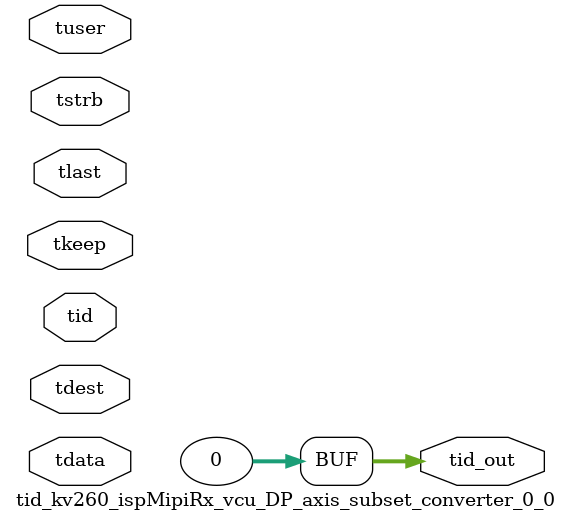
<source format=v>


`timescale 1ps/1ps

module tid_kv260_ispMipiRx_vcu_DP_axis_subset_converter_0_0 #
(
parameter C_S_AXIS_TID_WIDTH   = 1,
parameter C_S_AXIS_TUSER_WIDTH = 0,
parameter C_S_AXIS_TDATA_WIDTH = 0,
parameter C_S_AXIS_TDEST_WIDTH = 0,
parameter C_M_AXIS_TID_WIDTH   = 32
)
(
input  [(C_S_AXIS_TID_WIDTH   == 0 ? 1 : C_S_AXIS_TID_WIDTH)-1:0       ] tid,
input  [(C_S_AXIS_TDATA_WIDTH == 0 ? 1 : C_S_AXIS_TDATA_WIDTH)-1:0     ] tdata,
input  [(C_S_AXIS_TUSER_WIDTH == 0 ? 1 : C_S_AXIS_TUSER_WIDTH)-1:0     ] tuser,
input  [(C_S_AXIS_TDEST_WIDTH == 0 ? 1 : C_S_AXIS_TDEST_WIDTH)-1:0     ] tdest,
input  [(C_S_AXIS_TDATA_WIDTH/8)-1:0 ] tkeep,
input  [(C_S_AXIS_TDATA_WIDTH/8)-1:0 ] tstrb,
input                                                                    tlast,
output [(C_M_AXIS_TID_WIDTH   == 0 ? 1 : C_M_AXIS_TID_WIDTH)-1:0       ] tid_out
);

assign tid_out = {1'b0};

endmodule


</source>
